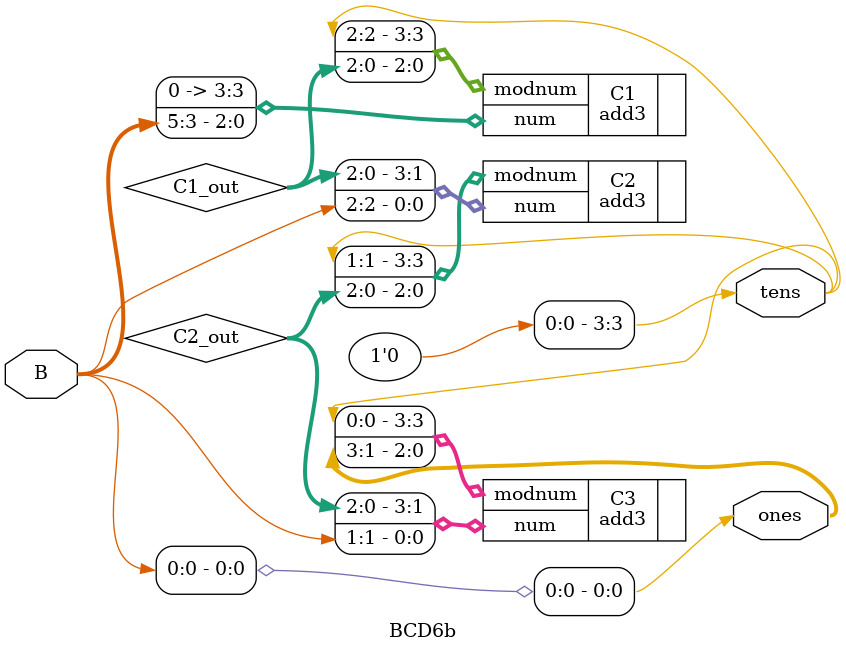
<source format=sv>
`timescale 1ns / 1ps


module BCD6b(
    input [5:0] B,
    output [3:0] tens,
    output [3:0] ones
    );
    
    wire [2:0] C1_out, C2_out;
 
    
    
    
add3 C1(
    .num({1'b0,B[5:3]}),
    .modnum({tens[2],C1_out})
    );
    
    
add3 C2(
    .num({C1_out,B[2]}),
    .modnum({tens[1],C2_out})
    );
    
add3 C3(
    .num({C2_out,B[1]}),
    .modnum({tens[0],ones[3:1]})
    );
    
assign tens[3] = 1'b0;
assign ones[0] = B[0];
    

    
    
    
endmodule

</source>
